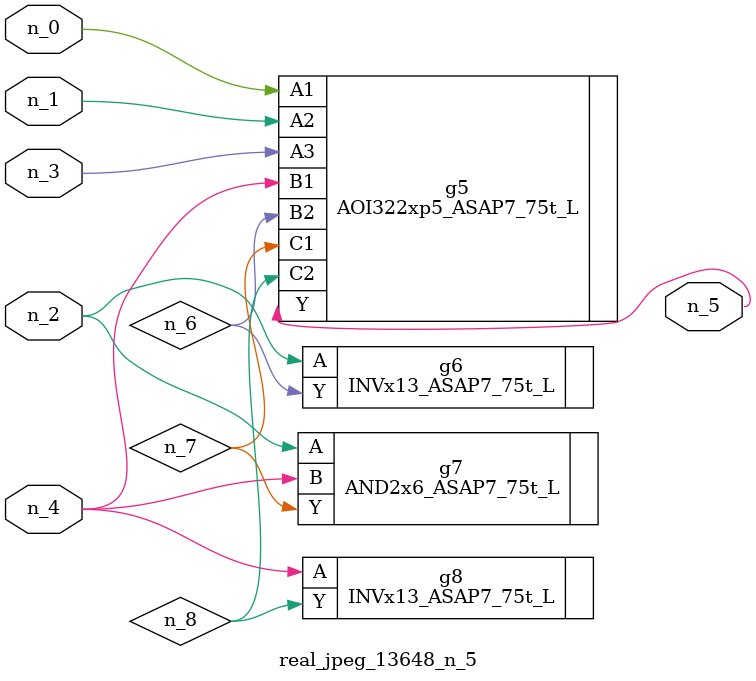
<source format=v>
module real_jpeg_13648_n_5 (n_4, n_0, n_1, n_2, n_3, n_5);

input n_4;
input n_0;
input n_1;
input n_2;
input n_3;

output n_5;

wire n_8;
wire n_6;
wire n_7;

AOI322xp5_ASAP7_75t_L g5 ( 
.A1(n_0),
.A2(n_1),
.A3(n_3),
.B1(n_4),
.B2(n_6),
.C1(n_7),
.C2(n_8),
.Y(n_5)
);

INVx13_ASAP7_75t_L g6 ( 
.A(n_2),
.Y(n_6)
);

AND2x6_ASAP7_75t_L g7 ( 
.A(n_2),
.B(n_4),
.Y(n_7)
);

INVx13_ASAP7_75t_L g8 ( 
.A(n_4),
.Y(n_8)
);


endmodule
</source>
